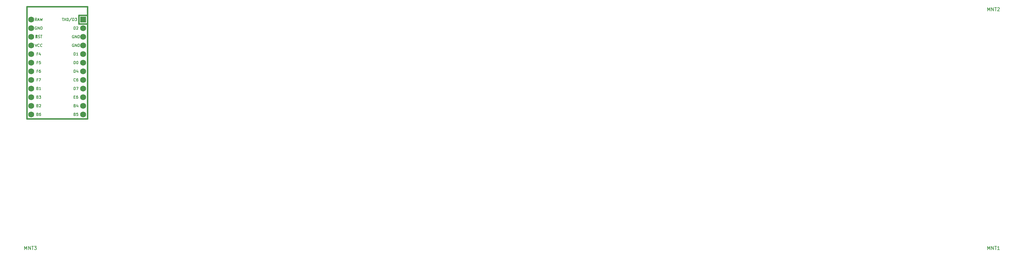
<source format=gbr>
G04 #@! TF.GenerationSoftware,KiCad,Pcbnew,(6.0.7)*
G04 #@! TF.CreationDate,2022-10-02T14:26:17-07:00*
G04 #@! TF.ProjectId,keyboard,6b657962-6f61-4726-942e-6b696361645f,rev?*
G04 #@! TF.SameCoordinates,Original*
G04 #@! TF.FileFunction,Legend,Top*
G04 #@! TF.FilePolarity,Positive*
%FSLAX46Y46*%
G04 Gerber Fmt 4.6, Leading zero omitted, Abs format (unit mm)*
G04 Created by KiCad (PCBNEW (6.0.7)) date 2022-10-02 14:26:17*
%MOMM*%
%LPD*%
G01*
G04 APERTURE LIST*
%ADD10C,0.150000*%
%ADD11C,0.381000*%
%ADD12R,1.752600X1.752600*%
%ADD13C,1.752600*%
G04 APERTURE END LIST*
D10*
X350285714Y-26502380D02*
X350285714Y-25502380D01*
X350619047Y-26216666D01*
X350952380Y-25502380D01*
X350952380Y-26502380D01*
X351428571Y-26502380D02*
X351428571Y-25502380D01*
X352000000Y-26502380D01*
X352000000Y-25502380D01*
X352333333Y-25502380D02*
X352904761Y-25502380D01*
X352619047Y-26502380D02*
X352619047Y-25502380D01*
X353190476Y-25597619D02*
X353238095Y-25550000D01*
X353333333Y-25502380D01*
X353571428Y-25502380D01*
X353666666Y-25550000D01*
X353714285Y-25597619D01*
X353761904Y-25692857D01*
X353761904Y-25788095D01*
X353714285Y-25930952D01*
X353142857Y-26502380D01*
X353761904Y-26502380D01*
X350285714Y-96752380D02*
X350285714Y-95752380D01*
X350619047Y-96466666D01*
X350952380Y-95752380D01*
X350952380Y-96752380D01*
X351428571Y-96752380D02*
X351428571Y-95752380D01*
X352000000Y-96752380D01*
X352000000Y-95752380D01*
X352333333Y-95752380D02*
X352904761Y-95752380D01*
X352619047Y-96752380D02*
X352619047Y-95752380D01*
X353761904Y-96752380D02*
X353190476Y-96752380D01*
X353476190Y-96752380D02*
X353476190Y-95752380D01*
X353380952Y-95895238D01*
X353285714Y-95990476D01*
X353190476Y-96038095D01*
X67785714Y-96752380D02*
X67785714Y-95752380D01*
X68119047Y-96466666D01*
X68452380Y-95752380D01*
X68452380Y-96752380D01*
X68928571Y-96752380D02*
X68928571Y-95752380D01*
X69500000Y-96752380D01*
X69500000Y-95752380D01*
X69833333Y-95752380D02*
X70404761Y-95752380D01*
X70119047Y-96752380D02*
X70119047Y-95752380D01*
X70642857Y-95752380D02*
X71261904Y-95752380D01*
X70928571Y-96133333D01*
X71071428Y-96133333D01*
X71166666Y-96180952D01*
X71214285Y-96228571D01*
X71261904Y-96323809D01*
X71261904Y-96561904D01*
X71214285Y-96657142D01*
X71166666Y-96704761D01*
X71071428Y-96752380D01*
X70785714Y-96752380D01*
X70690476Y-96704761D01*
X70642857Y-96657142D01*
X82233648Y-31912904D02*
X82233648Y-31112904D01*
X82424125Y-31112904D01*
X82538410Y-31151000D01*
X82614601Y-31227190D01*
X82652696Y-31303380D01*
X82690791Y-31455761D01*
X82690791Y-31570047D01*
X82652696Y-31722428D01*
X82614601Y-31798619D01*
X82538410Y-31874809D01*
X82424125Y-31912904D01*
X82233648Y-31912904D01*
X82995553Y-31189095D02*
X83033648Y-31151000D01*
X83109839Y-31112904D01*
X83300315Y-31112904D01*
X83376505Y-31151000D01*
X83414601Y-31189095D01*
X83452696Y-31265285D01*
X83452696Y-31341476D01*
X83414601Y-31455761D01*
X82957458Y-31912904D01*
X83452696Y-31912904D01*
X82233648Y-42072904D02*
X82233648Y-41272904D01*
X82424125Y-41272904D01*
X82538410Y-41311000D01*
X82614601Y-41387190D01*
X82652696Y-41463380D01*
X82690791Y-41615761D01*
X82690791Y-41730047D01*
X82652696Y-41882428D01*
X82614601Y-41958619D01*
X82538410Y-42034809D01*
X82424125Y-42072904D01*
X82233648Y-42072904D01*
X83186029Y-41272904D02*
X83262220Y-41272904D01*
X83338410Y-41311000D01*
X83376505Y-41349095D01*
X83414601Y-41425285D01*
X83452696Y-41577666D01*
X83452696Y-41768142D01*
X83414601Y-41920523D01*
X83376505Y-41996714D01*
X83338410Y-42034809D01*
X83262220Y-42072904D01*
X83186029Y-42072904D01*
X83109839Y-42034809D01*
X83071744Y-41996714D01*
X83033648Y-41920523D01*
X82995553Y-41768142D01*
X82995553Y-41577666D01*
X83033648Y-41425285D01*
X83071744Y-41349095D01*
X83109839Y-41311000D01*
X83186029Y-41272904D01*
X82233648Y-39532904D02*
X82233648Y-38732904D01*
X82424125Y-38732904D01*
X82538410Y-38771000D01*
X82614601Y-38847190D01*
X82652696Y-38923380D01*
X82690791Y-39075761D01*
X82690791Y-39190047D01*
X82652696Y-39342428D01*
X82614601Y-39418619D01*
X82538410Y-39494809D01*
X82424125Y-39532904D01*
X82233648Y-39532904D01*
X83452696Y-39532904D02*
X82995553Y-39532904D01*
X83224125Y-39532904D02*
X83224125Y-38732904D01*
X83147934Y-38847190D01*
X83071744Y-38923380D01*
X82995553Y-38961476D01*
X82214601Y-36231000D02*
X82138410Y-36192904D01*
X82024125Y-36192904D01*
X81909839Y-36231000D01*
X81833648Y-36307190D01*
X81795553Y-36383380D01*
X81757458Y-36535761D01*
X81757458Y-36650047D01*
X81795553Y-36802428D01*
X81833648Y-36878619D01*
X81909839Y-36954809D01*
X82024125Y-36992904D01*
X82100315Y-36992904D01*
X82214601Y-36954809D01*
X82252696Y-36916714D01*
X82252696Y-36650047D01*
X82100315Y-36650047D01*
X82595553Y-36992904D02*
X82595553Y-36192904D01*
X83052696Y-36992904D01*
X83052696Y-36192904D01*
X83433648Y-36992904D02*
X83433648Y-36192904D01*
X83624125Y-36192904D01*
X83738410Y-36231000D01*
X83814601Y-36307190D01*
X83852696Y-36383380D01*
X83890791Y-36535761D01*
X83890791Y-36650047D01*
X83852696Y-36802428D01*
X83814601Y-36878619D01*
X83738410Y-36954809D01*
X83624125Y-36992904D01*
X83433648Y-36992904D01*
X82214601Y-33691000D02*
X82138410Y-33652904D01*
X82024125Y-33652904D01*
X81909839Y-33691000D01*
X81833648Y-33767190D01*
X81795553Y-33843380D01*
X81757458Y-33995761D01*
X81757458Y-34110047D01*
X81795553Y-34262428D01*
X81833648Y-34338619D01*
X81909839Y-34414809D01*
X82024125Y-34452904D01*
X82100315Y-34452904D01*
X82214601Y-34414809D01*
X82252696Y-34376714D01*
X82252696Y-34110047D01*
X82100315Y-34110047D01*
X82595553Y-34452904D02*
X82595553Y-33652904D01*
X83052696Y-34452904D01*
X83052696Y-33652904D01*
X83433648Y-34452904D02*
X83433648Y-33652904D01*
X83624125Y-33652904D01*
X83738410Y-33691000D01*
X83814601Y-33767190D01*
X83852696Y-33843380D01*
X83890791Y-33995761D01*
X83890791Y-34110047D01*
X83852696Y-34262428D01*
X83814601Y-34338619D01*
X83738410Y-34414809D01*
X83624125Y-34452904D01*
X83433648Y-34452904D01*
X82233648Y-44612904D02*
X82233648Y-43812904D01*
X82424125Y-43812904D01*
X82538410Y-43851000D01*
X82614601Y-43927190D01*
X82652696Y-44003380D01*
X82690791Y-44155761D01*
X82690791Y-44270047D01*
X82652696Y-44422428D01*
X82614601Y-44498619D01*
X82538410Y-44574809D01*
X82424125Y-44612904D01*
X82233648Y-44612904D01*
X83376505Y-44079571D02*
X83376505Y-44612904D01*
X83186029Y-43774809D02*
X82995553Y-44346238D01*
X83490791Y-44346238D01*
X82690791Y-47076714D02*
X82652696Y-47114809D01*
X82538410Y-47152904D01*
X82462220Y-47152904D01*
X82347934Y-47114809D01*
X82271744Y-47038619D01*
X82233648Y-46962428D01*
X82195553Y-46810047D01*
X82195553Y-46695761D01*
X82233648Y-46543380D01*
X82271744Y-46467190D01*
X82347934Y-46391000D01*
X82462220Y-46352904D01*
X82538410Y-46352904D01*
X82652696Y-46391000D01*
X82690791Y-46429095D01*
X83376505Y-46352904D02*
X83224125Y-46352904D01*
X83147934Y-46391000D01*
X83109839Y-46429095D01*
X83033648Y-46543380D01*
X82995553Y-46695761D01*
X82995553Y-47000523D01*
X83033648Y-47076714D01*
X83071744Y-47114809D01*
X83147934Y-47152904D01*
X83300315Y-47152904D01*
X83376505Y-47114809D01*
X83414601Y-47076714D01*
X83452696Y-47000523D01*
X83452696Y-46810047D01*
X83414601Y-46733857D01*
X83376505Y-46695761D01*
X83300315Y-46657666D01*
X83147934Y-46657666D01*
X83071744Y-46695761D01*
X83033648Y-46733857D01*
X82995553Y-46810047D01*
X82233648Y-49692904D02*
X82233648Y-48892904D01*
X82424125Y-48892904D01*
X82538410Y-48931000D01*
X82614601Y-49007190D01*
X82652696Y-49083380D01*
X82690791Y-49235761D01*
X82690791Y-49350047D01*
X82652696Y-49502428D01*
X82614601Y-49578619D01*
X82538410Y-49654809D01*
X82424125Y-49692904D01*
X82233648Y-49692904D01*
X82957458Y-48892904D02*
X83490791Y-48892904D01*
X83147934Y-49692904D01*
X82271744Y-51813857D02*
X82538410Y-51813857D01*
X82652696Y-52232904D02*
X82271744Y-52232904D01*
X82271744Y-51432904D01*
X82652696Y-51432904D01*
X83338410Y-51432904D02*
X83186029Y-51432904D01*
X83109839Y-51471000D01*
X83071744Y-51509095D01*
X82995553Y-51623380D01*
X82957458Y-51775761D01*
X82957458Y-52080523D01*
X82995553Y-52156714D01*
X83033648Y-52194809D01*
X83109839Y-52232904D01*
X83262220Y-52232904D01*
X83338410Y-52194809D01*
X83376505Y-52156714D01*
X83414601Y-52080523D01*
X83414601Y-51890047D01*
X83376505Y-51813857D01*
X83338410Y-51775761D01*
X83262220Y-51737666D01*
X83109839Y-51737666D01*
X83033648Y-51775761D01*
X82995553Y-51813857D01*
X82957458Y-51890047D01*
X82500315Y-54353857D02*
X82614601Y-54391952D01*
X82652696Y-54430047D01*
X82690791Y-54506238D01*
X82690791Y-54620523D01*
X82652696Y-54696714D01*
X82614601Y-54734809D01*
X82538410Y-54772904D01*
X82233648Y-54772904D01*
X82233648Y-53972904D01*
X82500315Y-53972904D01*
X82576505Y-54011000D01*
X82614601Y-54049095D01*
X82652696Y-54125285D01*
X82652696Y-54201476D01*
X82614601Y-54277666D01*
X82576505Y-54315761D01*
X82500315Y-54353857D01*
X82233648Y-54353857D01*
X83376505Y-54239571D02*
X83376505Y-54772904D01*
X83186029Y-53934809D02*
X82995553Y-54506238D01*
X83490791Y-54506238D01*
X82500315Y-56893857D02*
X82614601Y-56931952D01*
X82652696Y-56970047D01*
X82690791Y-57046238D01*
X82690791Y-57160523D01*
X82652696Y-57236714D01*
X82614601Y-57274809D01*
X82538410Y-57312904D01*
X82233648Y-57312904D01*
X82233648Y-56512904D01*
X82500315Y-56512904D01*
X82576505Y-56551000D01*
X82614601Y-56589095D01*
X82652696Y-56665285D01*
X82652696Y-56741476D01*
X82614601Y-56817666D01*
X82576505Y-56855761D01*
X82500315Y-56893857D01*
X82233648Y-56893857D01*
X83414601Y-56512904D02*
X83033648Y-56512904D01*
X82995553Y-56893857D01*
X83033648Y-56855761D01*
X83109839Y-56817666D01*
X83300315Y-56817666D01*
X83376505Y-56855761D01*
X83414601Y-56893857D01*
X83452696Y-56970047D01*
X83452696Y-57160523D01*
X83414601Y-57236714D01*
X83376505Y-57274809D01*
X83300315Y-57312904D01*
X83109839Y-57312904D01*
X83033648Y-57274809D01*
X82995553Y-57236714D01*
X71578315Y-56893857D02*
X71692601Y-56931952D01*
X71730696Y-56970047D01*
X71768791Y-57046238D01*
X71768791Y-57160523D01*
X71730696Y-57236714D01*
X71692601Y-57274809D01*
X71616410Y-57312904D01*
X71311648Y-57312904D01*
X71311648Y-56512904D01*
X71578315Y-56512904D01*
X71654505Y-56551000D01*
X71692601Y-56589095D01*
X71730696Y-56665285D01*
X71730696Y-56741476D01*
X71692601Y-56817666D01*
X71654505Y-56855761D01*
X71578315Y-56893857D01*
X71311648Y-56893857D01*
X72454505Y-56512904D02*
X72302125Y-56512904D01*
X72225934Y-56551000D01*
X72187839Y-56589095D01*
X72111648Y-56703380D01*
X72073553Y-56855761D01*
X72073553Y-57160523D01*
X72111648Y-57236714D01*
X72149744Y-57274809D01*
X72225934Y-57312904D01*
X72378315Y-57312904D01*
X72454505Y-57274809D01*
X72492601Y-57236714D01*
X72530696Y-57160523D01*
X72530696Y-56970047D01*
X72492601Y-56893857D01*
X72454505Y-56855761D01*
X72378315Y-56817666D01*
X72225934Y-56817666D01*
X72149744Y-56855761D01*
X72111648Y-56893857D01*
X72073553Y-56970047D01*
X71578315Y-51813857D02*
X71692601Y-51851952D01*
X71730696Y-51890047D01*
X71768791Y-51966238D01*
X71768791Y-52080523D01*
X71730696Y-52156714D01*
X71692601Y-52194809D01*
X71616410Y-52232904D01*
X71311648Y-52232904D01*
X71311648Y-51432904D01*
X71578315Y-51432904D01*
X71654505Y-51471000D01*
X71692601Y-51509095D01*
X71730696Y-51585285D01*
X71730696Y-51661476D01*
X71692601Y-51737666D01*
X71654505Y-51775761D01*
X71578315Y-51813857D01*
X71311648Y-51813857D01*
X72035458Y-51432904D02*
X72530696Y-51432904D01*
X72264029Y-51737666D01*
X72378315Y-51737666D01*
X72454505Y-51775761D01*
X72492601Y-51813857D01*
X72530696Y-51890047D01*
X72530696Y-52080523D01*
X72492601Y-52156714D01*
X72454505Y-52194809D01*
X72378315Y-52232904D01*
X72149744Y-52232904D01*
X72073553Y-52194809D01*
X72035458Y-52156714D01*
X71578315Y-49273857D02*
X71692601Y-49311952D01*
X71730696Y-49350047D01*
X71768791Y-49426238D01*
X71768791Y-49540523D01*
X71730696Y-49616714D01*
X71692601Y-49654809D01*
X71616410Y-49692904D01*
X71311648Y-49692904D01*
X71311648Y-48892904D01*
X71578315Y-48892904D01*
X71654505Y-48931000D01*
X71692601Y-48969095D01*
X71730696Y-49045285D01*
X71730696Y-49121476D01*
X71692601Y-49197666D01*
X71654505Y-49235761D01*
X71578315Y-49273857D01*
X71311648Y-49273857D01*
X72530696Y-49692904D02*
X72073553Y-49692904D01*
X72302125Y-49692904D02*
X72302125Y-48892904D01*
X72225934Y-49007190D01*
X72149744Y-49083380D01*
X72073553Y-49121476D01*
X71635458Y-39113857D02*
X71368791Y-39113857D01*
X71368791Y-39532904D02*
X71368791Y-38732904D01*
X71749744Y-38732904D01*
X72397363Y-38999571D02*
X72397363Y-39532904D01*
X72206886Y-38694809D02*
X72016410Y-39266238D01*
X72511648Y-39266238D01*
X70835458Y-36192904D02*
X71102125Y-36992904D01*
X71368791Y-36192904D01*
X72092601Y-36916714D02*
X72054505Y-36954809D01*
X71940220Y-36992904D01*
X71864029Y-36992904D01*
X71749744Y-36954809D01*
X71673553Y-36878619D01*
X71635458Y-36802428D01*
X71597363Y-36650047D01*
X71597363Y-36535761D01*
X71635458Y-36383380D01*
X71673553Y-36307190D01*
X71749744Y-36231000D01*
X71864029Y-36192904D01*
X71940220Y-36192904D01*
X72054505Y-36231000D01*
X72092601Y-36269095D01*
X72892601Y-36916714D02*
X72854505Y-36954809D01*
X72740220Y-36992904D01*
X72664029Y-36992904D01*
X72549744Y-36954809D01*
X72473553Y-36878619D01*
X72435458Y-36802428D01*
X72397363Y-36650047D01*
X72397363Y-36535761D01*
X72435458Y-36383380D01*
X72473553Y-36307190D01*
X72549744Y-36231000D01*
X72664029Y-36192904D01*
X72740220Y-36192904D01*
X72854505Y-36231000D01*
X72892601Y-36269095D01*
X71292601Y-31151000D02*
X71216410Y-31112904D01*
X71102125Y-31112904D01*
X70987839Y-31151000D01*
X70911648Y-31227190D01*
X70873553Y-31303380D01*
X70835458Y-31455761D01*
X70835458Y-31570047D01*
X70873553Y-31722428D01*
X70911648Y-31798619D01*
X70987839Y-31874809D01*
X71102125Y-31912904D01*
X71178315Y-31912904D01*
X71292601Y-31874809D01*
X71330696Y-31836714D01*
X71330696Y-31570047D01*
X71178315Y-31570047D01*
X71673553Y-31912904D02*
X71673553Y-31112904D01*
X72130696Y-31912904D01*
X72130696Y-31112904D01*
X72511648Y-31912904D02*
X72511648Y-31112904D01*
X72702125Y-31112904D01*
X72816410Y-31151000D01*
X72892601Y-31227190D01*
X72930696Y-31303380D01*
X72968791Y-31455761D01*
X72968791Y-31570047D01*
X72930696Y-31722428D01*
X72892601Y-31798619D01*
X72816410Y-31874809D01*
X72702125Y-31912904D01*
X72511648Y-31912904D01*
X71349744Y-29372904D02*
X71083077Y-28991952D01*
X70892601Y-29372904D02*
X70892601Y-28572904D01*
X71197363Y-28572904D01*
X71273553Y-28611000D01*
X71311648Y-28649095D01*
X71349744Y-28725285D01*
X71349744Y-28839571D01*
X71311648Y-28915761D01*
X71273553Y-28953857D01*
X71197363Y-28991952D01*
X70892601Y-28991952D01*
X71654505Y-29144333D02*
X72035458Y-29144333D01*
X71578315Y-29372904D02*
X71844982Y-28572904D01*
X72111648Y-29372904D01*
X72302125Y-28572904D02*
X72492601Y-29372904D01*
X72644982Y-28801476D01*
X72797363Y-29372904D01*
X72987839Y-28572904D01*
X71635458Y-41653857D02*
X71368791Y-41653857D01*
X71368791Y-42072904D02*
X71368791Y-41272904D01*
X71749744Y-41272904D01*
X72435458Y-41272904D02*
X72054505Y-41272904D01*
X72016410Y-41653857D01*
X72054505Y-41615761D01*
X72130696Y-41577666D01*
X72321172Y-41577666D01*
X72397363Y-41615761D01*
X72435458Y-41653857D01*
X72473553Y-41730047D01*
X72473553Y-41920523D01*
X72435458Y-41996714D01*
X72397363Y-42034809D01*
X72321172Y-42072904D01*
X72130696Y-42072904D01*
X72054505Y-42034809D01*
X72016410Y-41996714D01*
X71635458Y-44193857D02*
X71368791Y-44193857D01*
X71368791Y-44612904D02*
X71368791Y-43812904D01*
X71749744Y-43812904D01*
X72397363Y-43812904D02*
X72244982Y-43812904D01*
X72168791Y-43851000D01*
X72130696Y-43889095D01*
X72054505Y-44003380D01*
X72016410Y-44155761D01*
X72016410Y-44460523D01*
X72054505Y-44536714D01*
X72092601Y-44574809D01*
X72168791Y-44612904D01*
X72321172Y-44612904D01*
X72397363Y-44574809D01*
X72435458Y-44536714D01*
X72473553Y-44460523D01*
X72473553Y-44270047D01*
X72435458Y-44193857D01*
X72397363Y-44155761D01*
X72321172Y-44117666D01*
X72168791Y-44117666D01*
X72092601Y-44155761D01*
X72054505Y-44193857D01*
X72016410Y-44270047D01*
X71635458Y-46733857D02*
X71368791Y-46733857D01*
X71368791Y-47152904D02*
X71368791Y-46352904D01*
X71749744Y-46352904D01*
X71978315Y-46352904D02*
X72511648Y-46352904D01*
X72168791Y-47152904D01*
X71578315Y-54353857D02*
X71692601Y-54391952D01*
X71730696Y-54430047D01*
X71768791Y-54506238D01*
X71768791Y-54620523D01*
X71730696Y-54696714D01*
X71692601Y-54734809D01*
X71616410Y-54772904D01*
X71311648Y-54772904D01*
X71311648Y-53972904D01*
X71578315Y-53972904D01*
X71654505Y-54011000D01*
X71692601Y-54049095D01*
X71730696Y-54125285D01*
X71730696Y-54201476D01*
X71692601Y-54277666D01*
X71654505Y-54315761D01*
X71578315Y-54353857D01*
X71311648Y-54353857D01*
X72073553Y-54049095D02*
X72111648Y-54011000D01*
X72187839Y-53972904D01*
X72378315Y-53972904D01*
X72454505Y-54011000D01*
X72492601Y-54049095D01*
X72530696Y-54125285D01*
X72530696Y-54201476D01*
X72492601Y-54315761D01*
X72035458Y-54772904D01*
X72530696Y-54772904D01*
X78744520Y-28572904D02*
X79201663Y-28572904D01*
X78973092Y-29372904D02*
X78973092Y-28572904D01*
X79392139Y-28572904D02*
X79925473Y-29372904D01*
X79925473Y-28572904D02*
X79392139Y-29372904D01*
X80382616Y-28572904D02*
X80458806Y-28572904D01*
X80534997Y-28611000D01*
X80573092Y-28649095D01*
X80611187Y-28725285D01*
X80649282Y-28877666D01*
X80649282Y-29068142D01*
X80611187Y-29220523D01*
X80573092Y-29296714D01*
X80534997Y-29334809D01*
X80458806Y-29372904D01*
X80382616Y-29372904D01*
X80306425Y-29334809D01*
X80268330Y-29296714D01*
X80230235Y-29220523D01*
X80192139Y-29068142D01*
X80192139Y-28877666D01*
X80230235Y-28725285D01*
X80268330Y-28649095D01*
X80306425Y-28611000D01*
X80382616Y-28572904D01*
X81563568Y-28534809D02*
X80877854Y-29563380D01*
X81830235Y-29372904D02*
X81830235Y-28572904D01*
X82020711Y-28572904D01*
X82134997Y-28611000D01*
X82211187Y-28687190D01*
X82249282Y-28763380D01*
X82287377Y-28915761D01*
X82287377Y-29030047D01*
X82249282Y-29182428D01*
X82211187Y-29258619D01*
X82134997Y-29334809D01*
X82020711Y-29372904D01*
X81830235Y-29372904D01*
X82554044Y-28572904D02*
X83049282Y-28572904D01*
X82782616Y-28877666D01*
X82896901Y-28877666D01*
X82973092Y-28915761D01*
X83011187Y-28953857D01*
X83049282Y-29030047D01*
X83049282Y-29220523D01*
X83011187Y-29296714D01*
X82973092Y-29334809D01*
X82896901Y-29372904D01*
X82668330Y-29372904D01*
X82592139Y-29334809D01*
X82554044Y-29296714D01*
X71789791Y-34394809D02*
X71904077Y-34432904D01*
X72094553Y-34432904D01*
X72170744Y-34394809D01*
X72208839Y-34356714D01*
X72246934Y-34280523D01*
X72246934Y-34204333D01*
X72208839Y-34128142D01*
X72170744Y-34090047D01*
X72094553Y-34051952D01*
X71942172Y-34013857D01*
X71865982Y-33975761D01*
X71827886Y-33937666D01*
X71789791Y-33861476D01*
X71789791Y-33785285D01*
X71827886Y-33709095D01*
X71865982Y-33671000D01*
X71942172Y-33632904D01*
X72132648Y-33632904D01*
X72246934Y-33671000D01*
X72475505Y-33632904D02*
X72932648Y-33632904D01*
X72704077Y-34432904D02*
X72704077Y-33632904D01*
D11*
X83713125Y-30281000D02*
X86253125Y-30281000D01*
X83713125Y-27741000D02*
X83713125Y-30281000D01*
G36*
X71318490Y-34130030D02*
G01*
X71218490Y-34130030D01*
X71218490Y-34030030D01*
X71318490Y-34030030D01*
X71318490Y-34130030D01*
G37*
D10*
X71318490Y-34130030D02*
X71218490Y-34130030D01*
X71218490Y-34030030D01*
X71318490Y-34030030D01*
X71318490Y-34130030D01*
G36*
X71118490Y-34430030D02*
G01*
X71018490Y-34430030D01*
X71018490Y-33630030D01*
X71118490Y-33630030D01*
X71118490Y-34430030D01*
G37*
X71118490Y-34430030D02*
X71018490Y-34430030D01*
X71018490Y-33630030D01*
X71118490Y-33630030D01*
X71118490Y-34430030D01*
G36*
X71518490Y-34430030D02*
G01*
X71418490Y-34430030D01*
X71418490Y-34230030D01*
X71518490Y-34230030D01*
X71518490Y-34430030D01*
G37*
X71518490Y-34430030D02*
X71418490Y-34430030D01*
X71418490Y-34230030D01*
X71518490Y-34230030D01*
X71518490Y-34430030D01*
G36*
X71518490Y-33930030D02*
G01*
X71418490Y-33930030D01*
X71418490Y-33630030D01*
X71518490Y-33630030D01*
X71518490Y-33930030D01*
G37*
X71518490Y-33930030D02*
X71418490Y-33930030D01*
X71418490Y-33630030D01*
X71518490Y-33630030D01*
X71518490Y-33930030D01*
G36*
X71518490Y-33730030D02*
G01*
X71018490Y-33730030D01*
X71018490Y-33630030D01*
X71518490Y-33630030D01*
X71518490Y-33730030D01*
G37*
X71518490Y-33730030D02*
X71018490Y-33730030D01*
X71018490Y-33630030D01*
X71518490Y-33630030D01*
X71518490Y-33730030D01*
D11*
X68473125Y-58221000D02*
X68473125Y-25201000D01*
X86253125Y-58221000D02*
X68473125Y-58221000D01*
X86253125Y-25201000D02*
X86253125Y-58221000D01*
X68473125Y-25201000D02*
X86253125Y-25201000D01*
X83713125Y-27741000D02*
X86253125Y-27741000D01*
D12*
X84983125Y-29011000D03*
D13*
X84983125Y-31551000D03*
X84983125Y-34091000D03*
X84983125Y-36631000D03*
X84983125Y-39171000D03*
X84983125Y-41711000D03*
X84983125Y-44251000D03*
X84983125Y-46791000D03*
X84983125Y-49331000D03*
X84983125Y-51871000D03*
X84983125Y-54411000D03*
X69743125Y-56951000D03*
X69743125Y-54411000D03*
X69743125Y-51871000D03*
X69743125Y-49331000D03*
X69743125Y-46791000D03*
X69743125Y-44251000D03*
X69743125Y-41711000D03*
X69743125Y-39171000D03*
X69743125Y-36631000D03*
X69743125Y-34091000D03*
X69743125Y-31551000D03*
X84983125Y-56951000D03*
X69743125Y-29011000D03*
M02*

</source>
